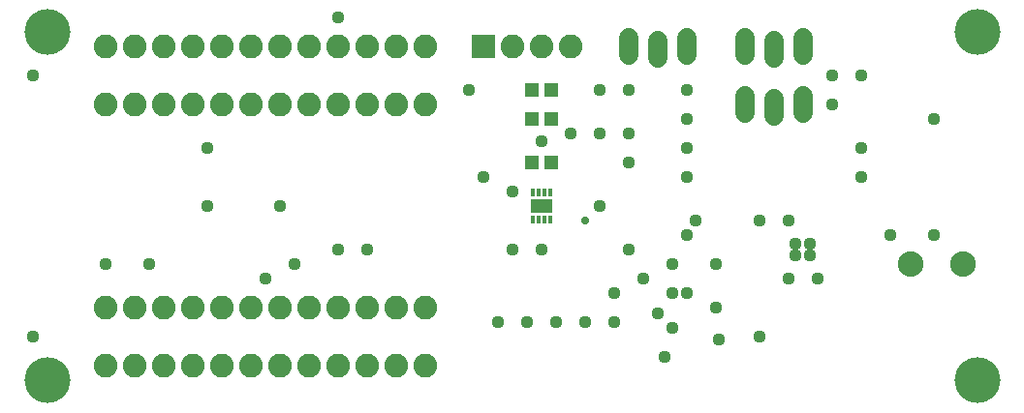
<source format=gbs>
G75*
%MOIN*%
%OFA0B0*%
%FSLAX25Y25*%
%IPPOS*%
%LPD*%
%AMOC8*
5,1,8,0,0,1.08239X$1,22.5*
%
%ADD10R,0.05131X0.04737*%
%ADD11C,0.02769*%
%ADD12R,0.01784X0.02965*%
%ADD13R,0.07493X0.04737*%
%ADD14C,0.15750*%
%ADD15R,0.08200X0.08200*%
%ADD16C,0.08200*%
%ADD17C,0.06800*%
%ADD18C,0.08800*%
%ADD19C,0.04369*%
D10*
X0183154Y0091500D03*
X0189846Y0091500D03*
X0189846Y0106500D03*
X0183154Y0106500D03*
X0183154Y0116500D03*
X0189846Y0116500D03*
D11*
X0201500Y0071500D03*
D12*
X0189453Y0071874D03*
X0187484Y0071874D03*
X0185516Y0071874D03*
X0183547Y0071874D03*
X0183547Y0081126D03*
X0185516Y0081126D03*
X0187484Y0081126D03*
X0189453Y0081126D03*
D13*
X0186500Y0076500D03*
D14*
X0016500Y0016500D03*
X0016500Y0136500D03*
X0336500Y0136500D03*
X0336500Y0016500D03*
D15*
X0166500Y0131500D03*
D16*
X0176500Y0131500D03*
X0186500Y0131500D03*
X0196500Y0131500D03*
X0146500Y0131500D03*
X0136500Y0131500D03*
X0126500Y0131500D03*
X0116500Y0131500D03*
X0106500Y0131500D03*
X0096500Y0131500D03*
X0086500Y0131500D03*
X0076500Y0131500D03*
X0066500Y0131500D03*
X0056500Y0131500D03*
X0046500Y0131500D03*
X0036500Y0131500D03*
X0036500Y0111500D03*
X0046500Y0111500D03*
X0056500Y0111500D03*
X0066500Y0111500D03*
X0076500Y0111500D03*
X0086500Y0111500D03*
X0096500Y0111500D03*
X0106500Y0111500D03*
X0116500Y0111500D03*
X0126500Y0111500D03*
X0136500Y0111500D03*
X0146500Y0111500D03*
X0146500Y0041500D03*
X0136500Y0041500D03*
X0126500Y0041500D03*
X0116500Y0041500D03*
X0106500Y0041500D03*
X0096500Y0041500D03*
X0086500Y0041500D03*
X0076500Y0041500D03*
X0066500Y0041500D03*
X0056500Y0041500D03*
X0046500Y0041500D03*
X0036500Y0041500D03*
X0036500Y0021500D03*
X0046500Y0021500D03*
X0056500Y0021500D03*
X0066500Y0021500D03*
X0076500Y0021500D03*
X0086500Y0021500D03*
X0096500Y0021500D03*
X0106500Y0021500D03*
X0116500Y0021500D03*
X0126500Y0021500D03*
X0136500Y0021500D03*
X0146500Y0021500D03*
D17*
X0256500Y0108500D02*
X0256500Y0114500D01*
X0266500Y0113500D02*
X0266500Y0107500D01*
X0276500Y0108500D02*
X0276500Y0114500D01*
X0276500Y0128500D02*
X0276500Y0134500D01*
X0266500Y0133500D02*
X0266500Y0127500D01*
X0256500Y0128500D02*
X0256500Y0134500D01*
X0236500Y0134500D02*
X0236500Y0128500D01*
X0226500Y0127500D02*
X0226500Y0133500D01*
X0216500Y0134500D02*
X0216500Y0128500D01*
D18*
X0313500Y0056500D03*
X0331500Y0056500D03*
D19*
X0321500Y0066500D03*
X0306500Y0066500D03*
X0279000Y0063500D03*
X0274000Y0063500D03*
X0274000Y0059500D03*
X0279000Y0059500D03*
X0281500Y0051500D03*
X0271500Y0051500D03*
X0246500Y0056500D03*
X0231500Y0056500D03*
X0221500Y0051500D03*
X0211500Y0046500D03*
X0226500Y0039500D03*
X0231500Y0034500D03*
X0247500Y0030500D03*
X0261500Y0031500D03*
X0246500Y0041500D03*
X0236500Y0046500D03*
X0231500Y0046500D03*
X0211500Y0036500D03*
X0201500Y0036500D03*
X0191500Y0036500D03*
X0181500Y0036500D03*
X0171500Y0036500D03*
X0229000Y0024500D03*
X0216500Y0061500D03*
X0236500Y0066500D03*
X0239500Y0071500D03*
X0261500Y0071500D03*
X0271500Y0071500D03*
X0296500Y0086500D03*
X0296500Y0096500D03*
X0321500Y0106500D03*
X0296500Y0121500D03*
X0286500Y0121500D03*
X0286500Y0111500D03*
X0236500Y0106500D03*
X0216500Y0101500D03*
X0206500Y0101500D03*
X0196500Y0101500D03*
X0186500Y0099000D03*
X0166500Y0086500D03*
X0176500Y0081500D03*
X0206500Y0076500D03*
X0236500Y0086500D03*
X0216500Y0091500D03*
X0236500Y0096500D03*
X0236500Y0116500D03*
X0216500Y0116500D03*
X0206500Y0116500D03*
X0161500Y0116500D03*
X0116500Y0141500D03*
X0071500Y0096500D03*
X0071500Y0076500D03*
X0096500Y0076500D03*
X0116500Y0061500D03*
X0126500Y0061500D03*
X0101500Y0056500D03*
X0091500Y0051500D03*
X0051500Y0056500D03*
X0036500Y0056500D03*
X0011500Y0031500D03*
X0176500Y0061500D03*
X0186500Y0061500D03*
X0011500Y0121500D03*
M02*

</source>
